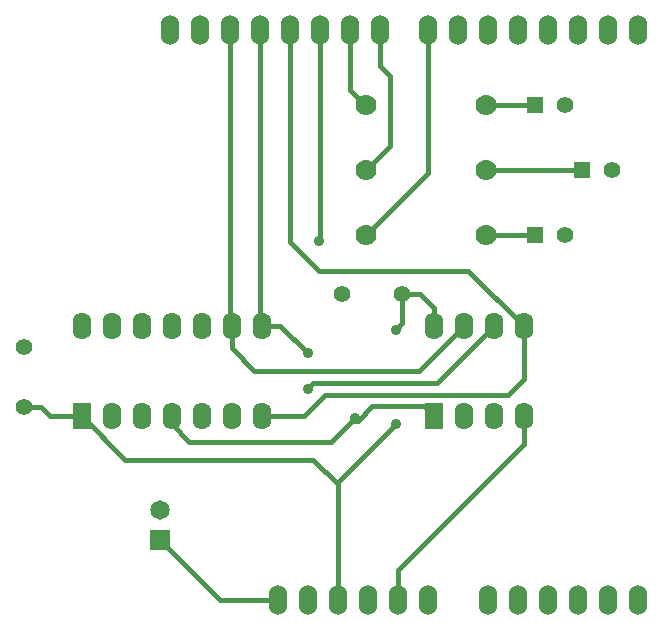
<source format=gtl>
%FSLAX34Y34*%
G04 Gerber Fmt 3.4, Leading zero omitted, Abs format*
G04 (created by PCBNEW (2014-02-26 BZR 4721)-product) date Wednesday, 06 July 2016 19:45:04*
%MOIN*%
G01*
G70*
G90*
G04 APERTURE LIST*
%ADD10C,0.005906*%
%ADD11C,0.055000*%
%ADD12R,0.065000X0.065000*%
%ADD13C,0.065000*%
%ADD14R,0.055000X0.055000*%
%ADD15R,0.062000X0.090000*%
%ADD16O,0.062000X0.090000*%
%ADD17C,0.070000*%
%ADD18O,0.060000X0.100000*%
%ADD19C,0.035000*%
%ADD20C,0.015748*%
G04 APERTURE END LIST*
G54D10*
G54D11*
X30314Y-39976D03*
X30314Y-37976D03*
G54D12*
X34842Y-44397D03*
G54D13*
X34842Y-43397D03*
G54D11*
X42929Y-36220D03*
X40929Y-36220D03*
G54D14*
X47334Y-29921D03*
G54D11*
X48334Y-29921D03*
G54D14*
X48909Y-32086D03*
G54D11*
X49909Y-32086D03*
G54D14*
X47334Y-34251D03*
G54D11*
X48334Y-34251D03*
G54D15*
X32236Y-40279D03*
G54D16*
X33236Y-40279D03*
X34236Y-40279D03*
X35236Y-40279D03*
X36236Y-40279D03*
X37236Y-40279D03*
X38236Y-40279D03*
X38236Y-37279D03*
X37236Y-37279D03*
X36236Y-37279D03*
X35236Y-37279D03*
X34236Y-37279D03*
X33236Y-37279D03*
X32236Y-37279D03*
G54D17*
X45700Y-29921D03*
X41700Y-29921D03*
X45700Y-32086D03*
X41700Y-32086D03*
X45700Y-34251D03*
X41700Y-34251D03*
G54D18*
X50788Y-46412D03*
X49788Y-46412D03*
X48788Y-46412D03*
X45788Y-46412D03*
X46788Y-46412D03*
X47788Y-46412D03*
X43788Y-46412D03*
X42788Y-46412D03*
X41788Y-46412D03*
X39788Y-46412D03*
X38788Y-46412D03*
X50788Y-27412D03*
X49788Y-27412D03*
X48788Y-27412D03*
X47788Y-27412D03*
X46788Y-27412D03*
X45788Y-27412D03*
X44788Y-27412D03*
X43788Y-27412D03*
X42188Y-27412D03*
X41188Y-27412D03*
X40188Y-27412D03*
X39188Y-27412D03*
X38188Y-27412D03*
X37188Y-27412D03*
X36188Y-27412D03*
X35188Y-27412D03*
X40788Y-46412D03*
G54D15*
X43972Y-40279D03*
G54D16*
X44972Y-40279D03*
X45972Y-40279D03*
X46972Y-40279D03*
X46972Y-37279D03*
X45972Y-37279D03*
X44972Y-37279D03*
X43972Y-37279D03*
G54D19*
X42716Y-37401D03*
X42716Y-40551D03*
X41338Y-40354D03*
X40157Y-34448D03*
X39763Y-39370D03*
X39763Y-38188D03*
G54D20*
X42929Y-36220D02*
X43503Y-36220D01*
X43972Y-36688D02*
X43972Y-37279D01*
X43503Y-36220D02*
X43972Y-36688D01*
X40788Y-42716D02*
X40788Y-42478D01*
X42929Y-37188D02*
X42929Y-36220D01*
X42716Y-37401D02*
X42929Y-37188D01*
X40788Y-42478D02*
X42716Y-40551D01*
X32236Y-40279D02*
X31177Y-40279D01*
X30874Y-39976D02*
X30314Y-39976D01*
X31177Y-40279D02*
X30874Y-39976D01*
X40788Y-46412D02*
X40788Y-42716D01*
X40788Y-42716D02*
X40788Y-42560D01*
X33688Y-41732D02*
X32236Y-40279D01*
X39960Y-41732D02*
X33688Y-41732D01*
X40788Y-42560D02*
X39960Y-41732D01*
X42788Y-46412D02*
X42788Y-45400D01*
X46972Y-41216D02*
X46972Y-40279D01*
X42788Y-45400D02*
X46972Y-41216D01*
X45700Y-29921D02*
X47334Y-29921D01*
X45700Y-32086D02*
X48909Y-32086D01*
X45700Y-34251D02*
X47334Y-34251D01*
X41240Y-40452D02*
X41437Y-40452D01*
X43653Y-39960D02*
X43972Y-40279D01*
X41929Y-39960D02*
X43653Y-39960D01*
X41437Y-40452D02*
X41929Y-39960D01*
X40188Y-27412D02*
X40188Y-34417D01*
X35236Y-40551D02*
X35236Y-40279D01*
X35826Y-41141D02*
X35236Y-40551D01*
X40551Y-41141D02*
X35826Y-41141D01*
X41338Y-40354D02*
X41240Y-40452D01*
X41240Y-40452D02*
X40551Y-41141D01*
X40188Y-34417D02*
X40157Y-34448D01*
X46972Y-37279D02*
X46972Y-39051D01*
X39641Y-40279D02*
X38236Y-40279D01*
X40354Y-39566D02*
X39641Y-40279D01*
X46456Y-39566D02*
X40354Y-39566D01*
X46972Y-39051D02*
X46456Y-39566D01*
X39188Y-27412D02*
X39188Y-34464D01*
X45125Y-35433D02*
X46972Y-37279D01*
X40157Y-35433D02*
X45125Y-35433D01*
X39188Y-34464D02*
X40157Y-35433D01*
X38236Y-37279D02*
X38854Y-37279D01*
X44078Y-39173D02*
X45972Y-37279D01*
X39960Y-39173D02*
X44078Y-39173D01*
X39763Y-39370D02*
X39960Y-39173D01*
X38854Y-37279D02*
X39763Y-38188D01*
X38188Y-27412D02*
X38188Y-37232D01*
X38188Y-37232D02*
X38236Y-37279D01*
X37236Y-37279D02*
X37236Y-38023D01*
X43472Y-38779D02*
X44972Y-37279D01*
X37992Y-38779D02*
X43472Y-38779D01*
X37236Y-38023D02*
X37992Y-38779D01*
X37188Y-27412D02*
X37188Y-37232D01*
X37188Y-37232D02*
X37236Y-37279D01*
X43788Y-27412D02*
X43788Y-32163D01*
X43788Y-32163D02*
X41700Y-34251D01*
X42188Y-27412D02*
X42188Y-28606D01*
X42519Y-31267D02*
X41700Y-32086D01*
X42519Y-28937D02*
X42519Y-31267D01*
X42188Y-28606D02*
X42519Y-28937D01*
X41188Y-27412D02*
X41188Y-29409D01*
X41188Y-29409D02*
X41700Y-29921D01*
X38788Y-46412D02*
X36857Y-46412D01*
X36857Y-46412D02*
X34842Y-44397D01*
M02*

</source>
